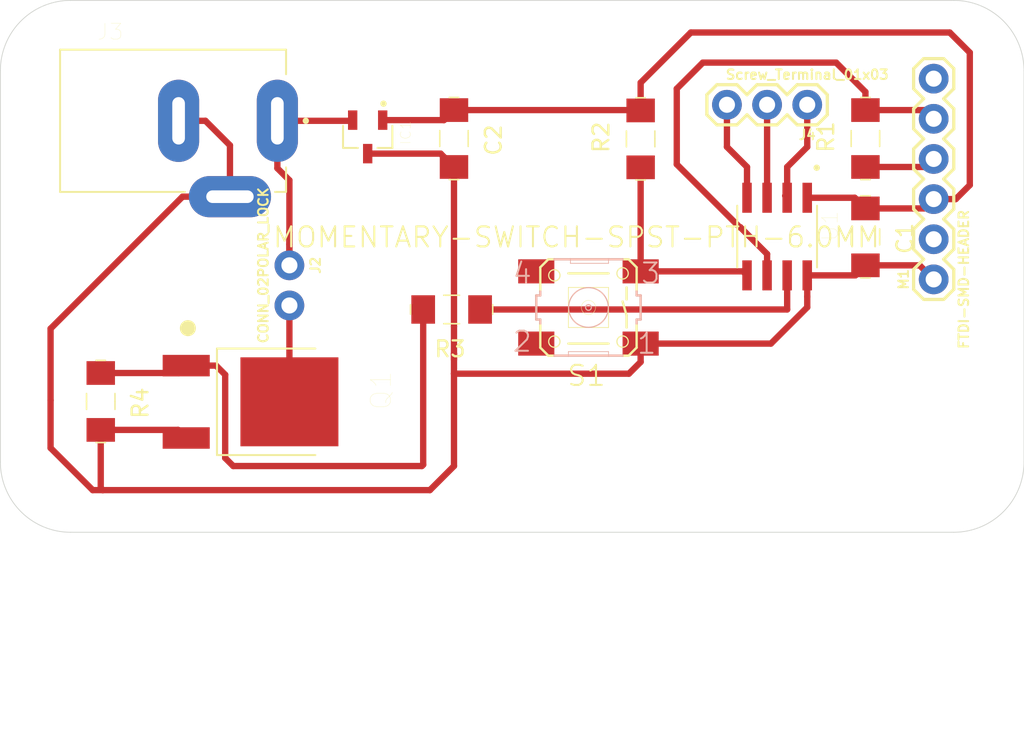
<source format=kicad_pcb>
(kicad_pcb (version 20171130) (host pcbnew "(5.1.5-0-10_14)")

  (general
    (thickness 1.6)
    (drawings 8)
    (tracks 92)
    (zones 0)
    (modules 14)
    (nets 15)
  )

  (page A4)
  (layers
    (0 F.Cu signal)
    (31 B.Cu signal)
    (32 B.Adhes user)
    (33 F.Adhes user)
    (34 B.Paste user)
    (35 F.Paste user)
    (36 B.SilkS user)
    (37 F.SilkS user)
    (38 B.Mask user)
    (39 F.Mask user)
    (40 Dwgs.User user)
    (41 Cmts.User user)
    (42 Eco1.User user)
    (43 Eco2.User user)
    (44 Edge.Cuts user)
    (45 Margin user)
    (46 B.CrtYd user)
    (47 F.CrtYd user)
    (48 B.Fab user)
    (49 F.Fab user)
  )

  (setup
    (last_trace_width 0.4)
    (trace_clearance 0.4)
    (zone_clearance 0.508)
    (zone_45_only no)
    (trace_min 0.2)
    (via_size 0.8)
    (via_drill 0.4)
    (via_min_size 0.4)
    (via_min_drill 0.3)
    (uvia_size 0.3)
    (uvia_drill 0.1)
    (uvias_allowed no)
    (uvia_min_size 0.2)
    (uvia_min_drill 0.1)
    (edge_width 0.05)
    (segment_width 0.2)
    (pcb_text_width 0.3)
    (pcb_text_size 1.5 1.5)
    (mod_edge_width 0.12)
    (mod_text_size 1 1)
    (mod_text_width 0.15)
    (pad_size 1.524 1.524)
    (pad_drill 0.762)
    (pad_to_mask_clearance 0.051)
    (solder_mask_min_width 0.25)
    (aux_axis_origin 0 0)
    (visible_elements FFFFFF7F)
    (pcbplotparams
      (layerselection 0x01000_7fffffff)
      (usegerberextensions false)
      (usegerberattributes false)
      (usegerberadvancedattributes false)
      (creategerberjobfile false)
      (excludeedgelayer true)
      (linewidth 0.100000)
      (plotframeref false)
      (viasonmask false)
      (mode 1)
      (useauxorigin false)
      (hpglpennumber 1)
      (hpglpenspeed 20)
      (hpglpendiameter 15.000000)
      (psnegative false)
      (psa4output false)
      (plotreference true)
      (plotvalue true)
      (plotinvisibletext false)
      (padsonsilk false)
      (subtractmaskfromsilk false)
      (outputformat 1)
      (mirror false)
      (drillshape 0)
      (scaleselection 1)
      (outputdirectory ""))
  )

  (net 0 "")
  (net 1 /VCC)
  (net 2 /GND)
  (net 3 "Net-(IC1-Pad2)")
  (net 4 "Net-(J2-Pad2)")
  (net 5 "Net-(J4-Pad1)")
  (net 6 "Net-(J4-Pad2)")
  (net 7 "Net-(J4-Pad3)")
  (net 8 "Net-(M1-Pad2)")
  (net 9 "Net-(M1-Pad4)")
  (net 10 "Net-(M1-Pad5)")
  (net 11 "Net-(M1-Pad6)")
  (net 12 "Net-(Q1-Pad1)")
  (net 13 /PA2)
  (net 14 /PA3)

  (net_class Default "This is the default net class."
    (clearance 0.4)
    (trace_width 0.4)
    (via_dia 0.8)
    (via_drill 0.4)
    (uvia_dia 0.3)
    (uvia_drill 0.1)
    (add_net /GND)
    (add_net /PA2)
    (add_net /PA3)
    (add_net /VCC)
    (add_net "Net-(IC1-Pad2)")
    (add_net "Net-(J2-Pad2)")
    (add_net "Net-(J4-Pad1)")
    (add_net "Net-(J4-Pad2)")
    (add_net "Net-(J4-Pad3)")
    (add_net "Net-(M1-Pad2)")
    (add_net "Net-(M1-Pad4)")
    (add_net "Net-(M1-Pad5)")
    (add_net "Net-(M1-Pad6)")
    (add_net "Net-(Q1-Pad1)")
  )

  (module Connectors:1X02_NO_SILK (layer F.Cu) (tedit 5963D14A) (tstamp 5E9C89A8)
    (at 104.013 69.469 270)
    (descr "PLATED THROUGH HOLE - NO SILK OUTLINE")
    (tags "PLATED THROUGH HOLE - NO SILK OUTLINE")
    (path /5E9AFFBE)
    (attr virtual)
    (fp_text reference J2 (at 0 -1.651 90) (layer F.SilkS)
      (effects (font (size 0.6096 0.6096) (thickness 0.127)))
    )
    (fp_text value CONN_02POLAR_LOCK (at 0 1.651 90) (layer F.SilkS)
      (effects (font (size 0.6096 0.6096) (thickness 0.127)))
    )
    (pad 1 thru_hole circle (at 0 0 270) (size 1.8796 1.8796) (drill 1.016) (layers *.Cu *.Mask)
      (net 3 "Net-(IC1-Pad2)") (solder_mask_margin 0.1016))
    (pad 2 thru_hole circle (at 2.54 0 270) (size 1.8796 1.8796) (drill 1.016) (layers *.Cu *.Mask)
      (net 4 "Net-(J2-Pad2)") (solder_mask_margin 0.1016))
  )

  (module 54-00167:TENSILITY_54-00167 (layer F.Cu) (tedit 5E9BF8EC) (tstamp 5E9C89BF)
    (at 89.501 60.325)
    (path /5E9F2E68)
    (fp_text reference J3 (at 3.175 -5.635) (layer F.SilkS)
      (effects (font (size 1 1) (thickness 0.015)))
    )
    (fp_text value 54-00167 (at 11.43 7.365) (layer F.Fab)
      (effects (font (size 1 1) (thickness 0.015)))
    )
    (fp_line (start 0 -4.5) (end 14.3 -4.5) (layer F.Fab) (width 0.127))
    (fp_line (start 14.3 -4.5) (end 14.3 4.5) (layer F.Fab) (width 0.127))
    (fp_line (start 14.3 4.5) (end 0 4.5) (layer F.Fab) (width 0.127))
    (fp_line (start 0 4.5) (end 0 -4.5) (layer F.Fab) (width 0.127))
    (fp_line (start 0 -4.5) (end 14.3 -4.5) (layer F.SilkS) (width 0.127))
    (fp_line (start 14.3 -4.5) (end 14.3 -2.95) (layer F.SilkS) (width 0.127))
    (fp_line (start 14.3 2.95) (end 14.3 4.5) (layer F.SilkS) (width 0.127))
    (fp_line (start 14.3 4.5) (end 13.6 4.5) (layer F.SilkS) (width 0.127))
    (fp_line (start 7.9 4.5) (end 0 4.5) (layer F.SilkS) (width 0.127))
    (fp_line (start 0 4.5) (end 0 -4.5) (layer F.SilkS) (width 0.127))
    (fp_line (start -0.25 -4.75) (end 15.3 -4.75) (layer F.CrtYd) (width 0.05))
    (fp_line (start 15.3 -4.75) (end 15.3 6.35) (layer F.CrtYd) (width 0.05))
    (fp_line (start 15.3 6.35) (end -0.25 6.35) (layer F.CrtYd) (width 0.05))
    (fp_line (start -0.25 6.35) (end -0.25 -4.75) (layer F.CrtYd) (width 0.05))
    (fp_circle (center 15.55 0) (end 15.65 0) (layer F.SilkS) (width 0.2))
    (fp_circle (center 15.55 0) (end 15.65 0) (layer F.Fab) (width 0.2))
    (pad 2 thru_hole oval (at 7.5 0) (size 2.6 5.2) (drill oval 0.8 3) (layers *.Cu *.Mask)
      (net 2 /GND))
    (pad 1 thru_hole oval (at 13.75 0) (size 2.6 5.2) (drill oval 0.8 3) (layers *.Cu *.Mask)
      (net 3 "Net-(IC1-Pad2)"))
    (pad 3 thru_hole oval (at 10.75 4.8) (size 5.2 2.6) (drill oval 3 0.8) (layers *.Cu *.Mask)
      (net 2 /GND))
  )

  (module digikey-footprints:1206 (layer F.Cu) (tedit 5D288D46) (tstamp 5E9C8A79)
    (at 114.278 72.263 180)
    (descr http://media.digikey.com/pdf/Data%20Sheets/Lite-On%20PDFs/LTST-C230KFKT_5-24-06.pdf)
    (path /5EA19F76)
    (attr smd)
    (fp_text reference R3 (at 0.1 -2.5) (layer F.SilkS)
      (effects (font (size 1 1) (thickness 0.15)))
    )
    (fp_text value 100 (at 0 2.6) (layer F.Fab)
      (effects (font (size 1 1) (thickness 0.15)))
    )
    (fp_line (start 2.6 -0.3) (end 2.6 0.3) (layer F.SilkS) (width 0.1))
    (fp_line (start -2.6 -0.3) (end -2.6 0.3) (layer F.SilkS) (width 0.1))
    (fp_line (start 0 0.9) (end -0.5 0.9) (layer F.SilkS) (width 0.1))
    (fp_line (start 0 0.9) (end 0.5 0.9) (layer F.SilkS) (width 0.1))
    (fp_line (start 0 -0.9) (end -0.5 -0.9) (layer F.SilkS) (width 0.1))
    (fp_line (start 0 -0.9) (end 0.5 -0.9) (layer F.SilkS) (width 0.1))
    (fp_text user %R (at 0 0) (layer F.Fab)
      (effects (font (size 1 1) (thickness 0.15)))
    )
    (fp_line (start 2.8 1.15) (end 2.8 -1.15) (layer F.CrtYd) (width 0.05))
    (fp_line (start 2.8 -1.15) (end -2.8 -1.15) (layer F.CrtYd) (width 0.05))
    (fp_line (start -2.8 -1.15) (end -2.8 1.15) (layer F.CrtYd) (width 0.05))
    (fp_line (start -2.8 1.15) (end 2.8 1.15) (layer F.CrtYd) (width 0.05))
    (fp_line (start -1.6 -0.8) (end -1.6 0.8) (layer F.Fab) (width 0.1))
    (fp_line (start 1.6 -0.8) (end 1.6 0.8) (layer F.Fab) (width 0.1))
    (fp_line (start -1.6 -0.8) (end 1.6 -0.8) (layer F.Fab) (width 0.1))
    (fp_line (start -1.6 0.8) (end 1.6 0.8) (layer F.Fab) (width 0.1))
    (pad 1 smd rect (at -1.8 0 180) (size 1.5 1.8) (layers F.Cu F.Paste F.Mask)
      (net 14 /PA3))
    (pad 2 smd rect (at 1.8 0 180) (size 1.5 1.8) (layers F.Cu F.Paste F.Mask)
      (net 12 "Net-(Q1-Pad1)"))
  )

  (module digikey-footprints:1206 (layer F.Cu) (tedit 5D288D46) (tstamp 5E9C8985)
    (at 114.427 61.446 270)
    (descr http://media.digikey.com/pdf/Data%20Sheets/Lite-On%20PDFs/LTST-C230KFKT_5-24-06.pdf)
    (path /5E9BF63A)
    (attr smd)
    (fp_text reference C2 (at 0.1 -2.5 90) (layer F.SilkS)
      (effects (font (size 1 1) (thickness 0.15)))
    )
    (fp_text value 0.1uF (at 0 2.6 90) (layer F.Fab)
      (effects (font (size 1 1) (thickness 0.15)))
    )
    (fp_line (start -1.6 0.8) (end 1.6 0.8) (layer F.Fab) (width 0.1))
    (fp_line (start -1.6 -0.8) (end 1.6 -0.8) (layer F.Fab) (width 0.1))
    (fp_line (start 1.6 -0.8) (end 1.6 0.8) (layer F.Fab) (width 0.1))
    (fp_line (start -1.6 -0.8) (end -1.6 0.8) (layer F.Fab) (width 0.1))
    (fp_line (start -2.8 1.15) (end 2.8 1.15) (layer F.CrtYd) (width 0.05))
    (fp_line (start -2.8 -1.15) (end -2.8 1.15) (layer F.CrtYd) (width 0.05))
    (fp_line (start 2.8 -1.15) (end -2.8 -1.15) (layer F.CrtYd) (width 0.05))
    (fp_line (start 2.8 1.15) (end 2.8 -1.15) (layer F.CrtYd) (width 0.05))
    (fp_text user %R (at 0 0 90) (layer F.Fab)
      (effects (font (size 1 1) (thickness 0.15)))
    )
    (fp_line (start 0 -0.9) (end 0.5 -0.9) (layer F.SilkS) (width 0.1))
    (fp_line (start 0 -0.9) (end -0.5 -0.9) (layer F.SilkS) (width 0.1))
    (fp_line (start 0 0.9) (end 0.5 0.9) (layer F.SilkS) (width 0.1))
    (fp_line (start 0 0.9) (end -0.5 0.9) (layer F.SilkS) (width 0.1))
    (fp_line (start -2.6 -0.3) (end -2.6 0.3) (layer F.SilkS) (width 0.1))
    (fp_line (start 2.6 -0.3) (end 2.6 0.3) (layer F.SilkS) (width 0.1))
    (pad 2 smd rect (at 1.8 0 270) (size 1.5 1.8) (layers F.Cu F.Paste F.Mask)
      (net 2 /GND))
    (pad 1 smd rect (at -1.8 0 270) (size 1.5 1.8) (layers F.Cu F.Paste F.Mask)
      (net 1 /VCC))
  )

  (module digikey-footprints:1206 (layer F.Cu) (tedit 5D288D46) (tstamp 5E9C8A4F)
    (at 140.462 61.446 90)
    (descr http://media.digikey.com/pdf/Data%20Sheets/Lite-On%20PDFs/LTST-C230KFKT_5-24-06.pdf)
    (path /5E9FB687)
    (attr smd)
    (fp_text reference R1 (at 0.1 -2.5 90) (layer F.SilkS)
      (effects (font (size 1 1) (thickness 0.15)))
    )
    (fp_text value 4.99K (at 0 2.6 90) (layer F.Fab)
      (effects (font (size 1 1) (thickness 0.15)))
    )
    (fp_line (start -1.6 0.8) (end 1.6 0.8) (layer F.Fab) (width 0.1))
    (fp_line (start -1.6 -0.8) (end 1.6 -0.8) (layer F.Fab) (width 0.1))
    (fp_line (start 1.6 -0.8) (end 1.6 0.8) (layer F.Fab) (width 0.1))
    (fp_line (start -1.6 -0.8) (end -1.6 0.8) (layer F.Fab) (width 0.1))
    (fp_line (start -2.8 1.15) (end 2.8 1.15) (layer F.CrtYd) (width 0.05))
    (fp_line (start -2.8 -1.15) (end -2.8 1.15) (layer F.CrtYd) (width 0.05))
    (fp_line (start 2.8 -1.15) (end -2.8 -1.15) (layer F.CrtYd) (width 0.05))
    (fp_line (start 2.8 1.15) (end 2.8 -1.15) (layer F.CrtYd) (width 0.05))
    (fp_text user %R (at 0 0 90) (layer F.Fab)
      (effects (font (size 1 1) (thickness 0.15)))
    )
    (fp_line (start 0 -0.9) (end 0.5 -0.9) (layer F.SilkS) (width 0.1))
    (fp_line (start 0 -0.9) (end -0.5 -0.9) (layer F.SilkS) (width 0.1))
    (fp_line (start 0 0.9) (end 0.5 0.9) (layer F.SilkS) (width 0.1))
    (fp_line (start 0 0.9) (end -0.5 0.9) (layer F.SilkS) (width 0.1))
    (fp_line (start -2.6 -0.3) (end -2.6 0.3) (layer F.SilkS) (width 0.1))
    (fp_line (start 2.6 -0.3) (end 2.6 0.3) (layer F.SilkS) (width 0.1))
    (pad 2 smd rect (at 1.8 0 90) (size 1.5 1.8) (layers F.Cu F.Paste F.Mask)
      (net 10 "Net-(M1-Pad5)"))
    (pad 1 smd rect (at -1.8 0 90) (size 1.5 1.8) (layers F.Cu F.Paste F.Mask)
      (net 9 "Net-(M1-Pad4)"))
  )

  (module Connectors:1X06 (layer F.Cu) (tedit 5963D43D) (tstamp 5E9C8A16)
    (at 144.78 70.358 90)
    (descr "PLATED THROUGH HOLE - 6 PIN")
    (tags "PLATED THROUGH HOLE - 6 PIN")
    (path /5EA3DC35)
    (attr virtual)
    (fp_text reference M1 (at 0 -1.905 90) (layer F.SilkS)
      (effects (font (size 0.6096 0.6096) (thickness 0.127)))
    )
    (fp_text value FTDI-SMD-HEADER (at 0 1.905 90) (layer F.SilkS)
      (effects (font (size 0.6096 0.6096) (thickness 0.127)))
    )
    (fp_line (start 11.43 -0.635) (end 12.065 -1.27) (layer F.SilkS) (width 0.2032))
    (fp_line (start 12.065 -1.27) (end 13.335 -1.27) (layer F.SilkS) (width 0.2032))
    (fp_line (start 13.335 -1.27) (end 13.97 -0.635) (layer F.SilkS) (width 0.2032))
    (fp_line (start 13.97 0.635) (end 13.335 1.27) (layer F.SilkS) (width 0.2032))
    (fp_line (start 13.335 1.27) (end 12.065 1.27) (layer F.SilkS) (width 0.2032))
    (fp_line (start 12.065 1.27) (end 11.43 0.635) (layer F.SilkS) (width 0.2032))
    (fp_line (start 6.985 -1.27) (end 8.255 -1.27) (layer F.SilkS) (width 0.2032))
    (fp_line (start 8.255 -1.27) (end 8.89 -0.635) (layer F.SilkS) (width 0.2032))
    (fp_line (start 8.89 0.635) (end 8.255 1.27) (layer F.SilkS) (width 0.2032))
    (fp_line (start 8.89 -0.635) (end 9.525 -1.27) (layer F.SilkS) (width 0.2032))
    (fp_line (start 9.525 -1.27) (end 10.795 -1.27) (layer F.SilkS) (width 0.2032))
    (fp_line (start 10.795 -1.27) (end 11.43 -0.635) (layer F.SilkS) (width 0.2032))
    (fp_line (start 11.43 0.635) (end 10.795 1.27) (layer F.SilkS) (width 0.2032))
    (fp_line (start 10.795 1.27) (end 9.525 1.27) (layer F.SilkS) (width 0.2032))
    (fp_line (start 9.525 1.27) (end 8.89 0.635) (layer F.SilkS) (width 0.2032))
    (fp_line (start 3.81 -0.635) (end 4.445 -1.27) (layer F.SilkS) (width 0.2032))
    (fp_line (start 4.445 -1.27) (end 5.715 -1.27) (layer F.SilkS) (width 0.2032))
    (fp_line (start 5.715 -1.27) (end 6.35 -0.635) (layer F.SilkS) (width 0.2032))
    (fp_line (start 6.35 0.635) (end 5.715 1.27) (layer F.SilkS) (width 0.2032))
    (fp_line (start 5.715 1.27) (end 4.445 1.27) (layer F.SilkS) (width 0.2032))
    (fp_line (start 4.445 1.27) (end 3.81 0.635) (layer F.SilkS) (width 0.2032))
    (fp_line (start 6.985 -1.27) (end 6.35 -0.635) (layer F.SilkS) (width 0.2032))
    (fp_line (start 6.35 0.635) (end 6.985 1.27) (layer F.SilkS) (width 0.2032))
    (fp_line (start 8.255 1.27) (end 6.985 1.27) (layer F.SilkS) (width 0.2032))
    (fp_line (start -0.635 -1.27) (end 0.635 -1.27) (layer F.SilkS) (width 0.2032))
    (fp_line (start 0.635 -1.27) (end 1.27 -0.635) (layer F.SilkS) (width 0.2032))
    (fp_line (start 1.27 0.635) (end 0.635 1.27) (layer F.SilkS) (width 0.2032))
    (fp_line (start 1.27 -0.635) (end 1.905 -1.27) (layer F.SilkS) (width 0.2032))
    (fp_line (start 1.905 -1.27) (end 3.175 -1.27) (layer F.SilkS) (width 0.2032))
    (fp_line (start 3.175 -1.27) (end 3.81 -0.635) (layer F.SilkS) (width 0.2032))
    (fp_line (start 3.81 0.635) (end 3.175 1.27) (layer F.SilkS) (width 0.2032))
    (fp_line (start 3.175 1.27) (end 1.905 1.27) (layer F.SilkS) (width 0.2032))
    (fp_line (start 1.905 1.27) (end 1.27 0.635) (layer F.SilkS) (width 0.2032))
    (fp_line (start -1.27 -0.635) (end -1.27 0.635) (layer F.SilkS) (width 0.2032))
    (fp_line (start -0.635 -1.27) (end -1.27 -0.635) (layer F.SilkS) (width 0.2032))
    (fp_line (start -1.27 0.635) (end -0.635 1.27) (layer F.SilkS) (width 0.2032))
    (fp_line (start 0.635 1.27) (end -0.635 1.27) (layer F.SilkS) (width 0.2032))
    (fp_line (start 13.97 -0.635) (end 13.97 0.635) (layer F.SilkS) (width 0.2032))
    (pad 1 thru_hole circle (at 0 0 90) (size 1.8796 1.8796) (drill 1.016) (layers *.Cu *.Mask)
      (net 2 /GND) (solder_mask_margin 0.1016))
    (pad 2 thru_hole circle (at 2.54 0 90) (size 1.8796 1.8796) (drill 1.016) (layers *.Cu *.Mask)
      (net 8 "Net-(M1-Pad2)") (solder_mask_margin 0.1016))
    (pad 3 thru_hole circle (at 5.08 0 90) (size 1.8796 1.8796) (drill 1.016) (layers *.Cu *.Mask)
      (net 1 /VCC) (solder_mask_margin 0.1016))
    (pad 4 thru_hole circle (at 7.62 0 90) (size 1.8796 1.8796) (drill 1.016) (layers *.Cu *.Mask)
      (net 9 "Net-(M1-Pad4)") (solder_mask_margin 0.1016))
    (pad 5 thru_hole circle (at 10.16 0 90) (size 1.8796 1.8796) (drill 1.016) (layers *.Cu *.Mask)
      (net 10 "Net-(M1-Pad5)") (solder_mask_margin 0.1016))
    (pad 6 thru_hole circle (at 12.7 0 90) (size 1.8796 1.8796) (drill 1.016) (layers *.Cu *.Mask)
      (net 11 "Net-(M1-Pad6)") (solder_mask_margin 0.1016))
  )

  (module digikey-footprints:1206 (layer F.Cu) (tedit 5D288D46) (tstamp 5E9C8A64)
    (at 126.238 61.468 90)
    (descr http://media.digikey.com/pdf/Data%20Sheets/Lite-On%20PDFs/LTST-C230KFKT_5-24-06.pdf)
    (path /5E9C9456)
    (attr smd)
    (fp_text reference R2 (at 0.1 -2.5 90) (layer F.SilkS)
      (effects (font (size 1 1) (thickness 0.15)))
    )
    (fp_text value 10K (at 0 2.6 90) (layer F.Fab)
      (effects (font (size 1 1) (thickness 0.15)))
    )
    (fp_line (start -1.6 0.8) (end 1.6 0.8) (layer F.Fab) (width 0.1))
    (fp_line (start -1.6 -0.8) (end 1.6 -0.8) (layer F.Fab) (width 0.1))
    (fp_line (start 1.6 -0.8) (end 1.6 0.8) (layer F.Fab) (width 0.1))
    (fp_line (start -1.6 -0.8) (end -1.6 0.8) (layer F.Fab) (width 0.1))
    (fp_line (start -2.8 1.15) (end 2.8 1.15) (layer F.CrtYd) (width 0.05))
    (fp_line (start -2.8 -1.15) (end -2.8 1.15) (layer F.CrtYd) (width 0.05))
    (fp_line (start 2.8 -1.15) (end -2.8 -1.15) (layer F.CrtYd) (width 0.05))
    (fp_line (start 2.8 1.15) (end 2.8 -1.15) (layer F.CrtYd) (width 0.05))
    (fp_text user %R (at 0 0 90) (layer F.Fab)
      (effects (font (size 1 1) (thickness 0.15)))
    )
    (fp_line (start 0 -0.9) (end 0.5 -0.9) (layer F.SilkS) (width 0.1))
    (fp_line (start 0 -0.9) (end -0.5 -0.9) (layer F.SilkS) (width 0.1))
    (fp_line (start 0 0.9) (end 0.5 0.9) (layer F.SilkS) (width 0.1))
    (fp_line (start 0 0.9) (end -0.5 0.9) (layer F.SilkS) (width 0.1))
    (fp_line (start -2.6 -0.3) (end -2.6 0.3) (layer F.SilkS) (width 0.1))
    (fp_line (start 2.6 -0.3) (end 2.6 0.3) (layer F.SilkS) (width 0.1))
    (pad 2 smd rect (at 1.8 0 90) (size 1.5 1.8) (layers F.Cu F.Paste F.Mask)
      (net 1 /VCC))
    (pad 1 smd rect (at -1.8 0 90) (size 1.5 1.8) (layers F.Cu F.Paste F.Mask)
      (net 13 /PA2))
  )

  (module digikey-footprints:1206 (layer F.Cu) (tedit 5D288D46) (tstamp 5E9C8970)
    (at 140.462 67.669 270)
    (descr http://media.digikey.com/pdf/Data%20Sheets/Lite-On%20PDFs/LTST-C230KFKT_5-24-06.pdf)
    (path /5E99AB9E)
    (attr smd)
    (fp_text reference C1 (at 0.1 -2.5 90) (layer F.SilkS)
      (effects (font (size 1 1) (thickness 0.15)))
    )
    (fp_text value 1uF (at 0 2.6 90) (layer F.Fab)
      (effects (font (size 1 1) (thickness 0.15)))
    )
    (fp_line (start 2.6 -0.3) (end 2.6 0.3) (layer F.SilkS) (width 0.1))
    (fp_line (start -2.6 -0.3) (end -2.6 0.3) (layer F.SilkS) (width 0.1))
    (fp_line (start 0 0.9) (end -0.5 0.9) (layer F.SilkS) (width 0.1))
    (fp_line (start 0 0.9) (end 0.5 0.9) (layer F.SilkS) (width 0.1))
    (fp_line (start 0 -0.9) (end -0.5 -0.9) (layer F.SilkS) (width 0.1))
    (fp_line (start 0 -0.9) (end 0.5 -0.9) (layer F.SilkS) (width 0.1))
    (fp_text user %R (at 0 0 90) (layer F.Fab)
      (effects (font (size 1 1) (thickness 0.15)))
    )
    (fp_line (start 2.8 1.15) (end 2.8 -1.15) (layer F.CrtYd) (width 0.05))
    (fp_line (start 2.8 -1.15) (end -2.8 -1.15) (layer F.CrtYd) (width 0.05))
    (fp_line (start -2.8 -1.15) (end -2.8 1.15) (layer F.CrtYd) (width 0.05))
    (fp_line (start -2.8 1.15) (end 2.8 1.15) (layer F.CrtYd) (width 0.05))
    (fp_line (start -1.6 -0.8) (end -1.6 0.8) (layer F.Fab) (width 0.1))
    (fp_line (start 1.6 -0.8) (end 1.6 0.8) (layer F.Fab) (width 0.1))
    (fp_line (start -1.6 -0.8) (end 1.6 -0.8) (layer F.Fab) (width 0.1))
    (fp_line (start -1.6 0.8) (end 1.6 0.8) (layer F.Fab) (width 0.1))
    (pad 1 smd rect (at -1.8 0 270) (size 1.5 1.8) (layers F.Cu F.Paste F.Mask)
      (net 1 /VCC))
    (pad 2 smd rect (at 1.8 0 270) (size 1.5 1.8) (layers F.Cu F.Paste F.Mask)
      (net 2 /GND))
  )

  (module RT9058-50GV:SOT95P237X112-3N (layer F.Cu) (tedit 5E9C0BF4) (tstamp 5E9C89A2)
    (at 108.966 61.341 270)
    (path /5E9FFAD3)
    (fp_text reference IC1 (at -0.268 -2.4064 90) (layer F.SilkS)
      (effects (font (size 0.64 0.64) (thickness 0.015)))
    )
    (fp_text value REGULATORSOT23 (at 4.1024 2.2936 90) (layer F.Fab)
      (effects (font (size 0.64 0.64) (thickness 0.015)))
    )
    (fp_line (start -0.7 1.52) (end -0.7 -1.52) (layer F.Fab) (width 0.127))
    (fp_line (start -0.7 -1.52) (end 0.7 -1.52) (layer F.Fab) (width 0.127))
    (fp_line (start 0.7 -1.52) (end 0.7 1.52) (layer F.Fab) (width 0.127))
    (fp_line (start 0.7 1.52) (end -0.7 1.52) (layer F.Fab) (width 0.127))
    (fp_line (start -0.7 -1.56) (end 0.7 -1.56) (layer F.SilkS) (width 0.127))
    (fp_line (start -0.7 1.56) (end 0.7 1.56) (layer F.SilkS) (width 0.127))
    (fp_line (start 0.7 -1.56) (end 0.7 -0.62) (layer F.SilkS) (width 0.127))
    (fp_line (start 0.7 0.62) (end 0.7 1.56) (layer F.SilkS) (width 0.127))
    (fp_line (start -0.95 -1.77) (end -0.95 -1.5) (layer F.CrtYd) (width 0.05))
    (fp_line (start -0.95 -1.5) (end -1.93 -1.5) (layer F.CrtYd) (width 0.05))
    (fp_line (start -1.93 -1.5) (end -1.93 1.5) (layer F.CrtYd) (width 0.05))
    (fp_line (start -1.93 1.5) (end -0.95 1.5) (layer F.CrtYd) (width 0.05))
    (fp_line (start -0.95 1.5) (end -0.95 1.77) (layer F.CrtYd) (width 0.05))
    (fp_line (start 0.95 -1.77) (end 0.95 -0.55) (layer F.CrtYd) (width 0.05))
    (fp_line (start 0.95 -0.55) (end 1.93 -0.55) (layer F.CrtYd) (width 0.05))
    (fp_line (start 1.93 -0.55) (end 1.93 0.55) (layer F.CrtYd) (width 0.05))
    (fp_line (start 1.93 0.55) (end 0.95 0.55) (layer F.CrtYd) (width 0.05))
    (fp_line (start 0.95 0.55) (end 0.95 1.77) (layer F.CrtYd) (width 0.05))
    (fp_circle (center -2.1 -1) (end -2 -1) (layer F.SilkS) (width 0.2))
    (fp_circle (center -2.1 -1) (end -2 -1) (layer F.Fab) (width 0.2))
    (fp_line (start -0.95 -1.77) (end 0.95 -1.77) (layer F.CrtYd) (width 0.05))
    (fp_line (start -0.95 1.77) (end 0.95 1.77) (layer F.CrtYd) (width 0.05))
    (pad 1 smd rect (at -1.06 -0.95 270) (size 1.23 0.59) (layers F.Cu F.Paste F.Mask)
      (net 1 /VCC))
    (pad 2 smd rect (at -1.06 0.95 270) (size 1.23 0.59) (layers F.Cu F.Paste F.Mask)
      (net 3 "Net-(IC1-Pad2)"))
    (pad 3 smd rect (at 1.06 0 270) (size 1.23 0.59) (layers F.Cu F.Paste F.Mask)
      (net 2 /GND))
  )

  (module Connectors:1X03 (layer F.Cu) (tedit 200000) (tstamp 5E9C89E6)
    (at 136.779 59.309 180)
    (descr "PLATED THROUGH HOLE - 3 PIN")
    (tags "PLATED THROUGH HOLE - 3 PIN")
    (path /5EA1B861)
    (attr virtual)
    (fp_text reference J4 (at 0 -1.905) (layer F.SilkS)
      (effects (font (size 0.6096 0.6096) (thickness 0.127)))
    )
    (fp_text value Screw_Terminal_01x03 (at 0 1.905) (layer F.SilkS)
      (effects (font (size 0.6096 0.6096) (thickness 0.127)))
    )
    (fp_line (start 4.826 0.254) (end 5.334 0.254) (layer Dwgs.User) (width 0.06604))
    (fp_line (start 5.334 0.254) (end 5.334 -0.254) (layer Dwgs.User) (width 0.06604))
    (fp_line (start 4.826 -0.254) (end 5.334 -0.254) (layer Dwgs.User) (width 0.06604))
    (fp_line (start 4.826 0.254) (end 4.826 -0.254) (layer Dwgs.User) (width 0.06604))
    (fp_line (start 2.286 0.254) (end 2.794 0.254) (layer Dwgs.User) (width 0.06604))
    (fp_line (start 2.794 0.254) (end 2.794 -0.254) (layer Dwgs.User) (width 0.06604))
    (fp_line (start 2.286 -0.254) (end 2.794 -0.254) (layer Dwgs.User) (width 0.06604))
    (fp_line (start 2.286 0.254) (end 2.286 -0.254) (layer Dwgs.User) (width 0.06604))
    (fp_line (start -0.254 0.254) (end 0.254 0.254) (layer Dwgs.User) (width 0.06604))
    (fp_line (start 0.254 0.254) (end 0.254 -0.254) (layer Dwgs.User) (width 0.06604))
    (fp_line (start -0.254 -0.254) (end 0.254 -0.254) (layer Dwgs.User) (width 0.06604))
    (fp_line (start -0.254 0.254) (end -0.254 -0.254) (layer Dwgs.User) (width 0.06604))
    (fp_line (start 3.81 -0.635) (end 4.445 -1.27) (layer F.SilkS) (width 0.2032))
    (fp_line (start 4.445 -1.27) (end 5.715 -1.27) (layer F.SilkS) (width 0.2032))
    (fp_line (start 5.715 -1.27) (end 6.35 -0.635) (layer F.SilkS) (width 0.2032))
    (fp_line (start 6.35 0.635) (end 5.715 1.27) (layer F.SilkS) (width 0.2032))
    (fp_line (start 5.715 1.27) (end 4.445 1.27) (layer F.SilkS) (width 0.2032))
    (fp_line (start 4.445 1.27) (end 3.81 0.635) (layer F.SilkS) (width 0.2032))
    (fp_line (start -0.635 -1.27) (end 0.635 -1.27) (layer F.SilkS) (width 0.2032))
    (fp_line (start 0.635 -1.27) (end 1.27 -0.635) (layer F.SilkS) (width 0.2032))
    (fp_line (start 1.27 0.635) (end 0.635 1.27) (layer F.SilkS) (width 0.2032))
    (fp_line (start 1.27 -0.635) (end 1.905 -1.27) (layer F.SilkS) (width 0.2032))
    (fp_line (start 1.905 -1.27) (end 3.175 -1.27) (layer F.SilkS) (width 0.2032))
    (fp_line (start 3.175 -1.27) (end 3.81 -0.635) (layer F.SilkS) (width 0.2032))
    (fp_line (start 3.81 0.635) (end 3.175 1.27) (layer F.SilkS) (width 0.2032))
    (fp_line (start 3.175 1.27) (end 1.905 1.27) (layer F.SilkS) (width 0.2032))
    (fp_line (start 1.905 1.27) (end 1.27 0.635) (layer F.SilkS) (width 0.2032))
    (fp_line (start -1.27 -0.635) (end -1.27 0.635) (layer F.SilkS) (width 0.2032))
    (fp_line (start -0.635 -1.27) (end -1.27 -0.635) (layer F.SilkS) (width 0.2032))
    (fp_line (start -1.27 0.635) (end -0.635 1.27) (layer F.SilkS) (width 0.2032))
    (fp_line (start 0.635 1.27) (end -0.635 1.27) (layer F.SilkS) (width 0.2032))
    (fp_line (start 6.35 -0.635) (end 6.35 0.635) (layer F.SilkS) (width 0.2032))
    (pad 1 thru_hole circle (at 0 0 180) (size 1.8796 1.8796) (drill 1.016) (layers *.Cu *.Mask)
      (net 5 "Net-(J4-Pad1)") (solder_mask_margin 0.1016))
    (pad 2 thru_hole circle (at 2.54 0 180) (size 1.8796 1.8796) (drill 1.016) (layers *.Cu *.Mask)
      (net 6 "Net-(J4-Pad2)") (solder_mask_margin 0.1016))
    (pad 3 thru_hole circle (at 5.08 0 180) (size 1.8796 1.8796) (drill 1.016) (layers *.Cu *.Mask)
      (net 7 "Net-(J4-Pad3)") (solder_mask_margin 0.1016))
  )

  (module "Mosfet(RFD16N05LSM9A):DPAK229P990X239-3N" (layer F.Cu) (tedit 5E997D28) (tstamp 5E9C8A3A)
    (at 101.553 78.105 270)
    (path /5E9A6C9C)
    (fp_text reference Q1 (at -0.72366 -8.26315 90) (layer F.SilkS)
      (effects (font (size 1.280866 1.280866) (thickness 0.015)))
    )
    (fp_text value MOSFET-NCH-FDD8780 (at 9.75782 8.161935 90) (layer F.Fab)
      (effects (font (size 1.26889 1.26889) (thickness 0.015)))
    )
    (fp_line (start -3.14 5.81) (end 3.14 5.81) (layer F.CrtYd) (width 0.05))
    (fp_line (start 3.07 -5.81) (end -3.07 -5.81) (layer F.CrtYd) (width 0.05))
    (fp_circle (center -4.65948 3.96512) (end -4.40548 3.96512) (layer F.SilkS) (width 0.508))
    (fp_line (start 3.14 5.81) (end 3.14 2.38) (layer F.CrtYd) (width 0.05))
    (fp_line (start -3.14 2.38) (end -3.14 5.81) (layer F.CrtYd) (width 0.05))
    (fp_line (start 3.14 2.38) (end 3.62 2.38) (layer F.CrtYd) (width 0.05))
    (fp_line (start -3.62 2.38) (end -3.14 2.38) (layer F.CrtYd) (width 0.05))
    (fp_line (start -3.62 -4.35) (end -3.62 2.38) (layer F.CrtYd) (width 0.05))
    (fp_line (start 3.62 2.38) (end 3.62 -4.35) (layer F.CrtYd) (width 0.05))
    (fp_line (start -3.07 -4.35) (end -3.62 -4.35) (layer F.CrtYd) (width 0.05))
    (fp_line (start 3.62 -4.35) (end 3.07 -4.35) (layer F.CrtYd) (width 0.05))
    (fp_line (start 3.07 -4.35) (end 3.07 -5.81) (layer F.CrtYd) (width 0.05))
    (fp_line (start -3.07 -5.81) (end -3.07 -4.35) (layer F.CrtYd) (width 0.05))
    (fp_line (start -3.37 2.123) (end -3.37 -4.1) (layer F.Fab) (width 0.127))
    (fp_line (start 3.37 2.123) (end -3.37 2.123) (layer F.Fab) (width 0.127))
    (fp_line (start 3.37 -4.1) (end 3.37 2.123) (layer F.Fab) (width 0.127))
    (fp_line (start 3.37 -4.1) (end -3.37 -4.1) (layer F.Fab) (width 0.127))
    (fp_poly (pts (xy -0.909103 -3.11) (xy 0.745 -3.11) (xy 0.745 -2.20873) (xy -0.909103 -2.20873)) (layer F.Paste) (width 0.01))
    (fp_poly (pts (xy -3.15714 -3.11) (xy -1.135 -3.11) (xy -1.135 -2.17698) (xy -3.15714 -2.17698)) (layer F.Paste) (width 0.01))
    (fp_poly (pts (xy 1.36776 -3.11) (xy 2.625 -3.11) (xy 2.625 -2.18115) (xy 1.36776 -2.18115)) (layer F.Paste) (width 0.01))
    (fp_poly (pts (xy -0.900979 -1.04) (xy 0.745 -1.04) (xy 0.745 0.314444) (xy -0.900979 0.314444)) (layer F.Paste) (width 0.01))
    (fp_poly (pts (xy -3.21576 -1.04) (xy -1.135 -1.04) (xy -1.135 0.318512) (xy -3.21576 0.318512)) (layer F.Paste) (width 0.01))
    (fp_poly (pts (xy 1.37658 -1.04) (xy 2.625 -1.04) (xy 2.625 0.315336) (xy 1.37658 0.315336)) (layer F.Paste) (width 0.01))
    (fp_poly (pts (xy -0.911625 -5.18) (xy 0.745 -5.18) (xy 0.745 -4.74779) (xy -0.911625 -4.74779)) (layer F.Paste) (width 0.01))
    (fp_poly (pts (xy -3.1753 -5.18) (xy -1.135 -5.18) (xy -1.135 -4.69346) (xy -3.1753 -4.69346)) (layer F.Paste) (width 0.01))
    (fp_poly (pts (xy 1.38862 -5.18) (xy 2.625 -5.18) (xy 2.625 -4.74724) (xy 1.38862 -4.74724)) (layer F.Paste) (width 0.01))
    (fp_line (start -3.37 2.123) (end -3.37 -4.1) (layer F.SilkS) (width 0.127))
    (fp_line (start 3.37 -4.1) (end 3.37 2.123) (layer F.SilkS) (width 0.127))
    (fp_line (start 3.37 2.123) (end -3.37 2.123) (layer F.SilkS) (width 0.127))
    (pad 4 smd rect (at 0 -2.46 270) (size 5.63 6.2) (layers F.Cu F.Mask)
      (net 4 "Net-(J2-Pad2)"))
    (pad 1 smd rect (at -2.29 4.07 270) (size 1.36 2.98) (layers F.Cu F.Paste F.Mask)
      (net 12 "Net-(Q1-Pad1)"))
    (pad 3 smd rect (at 2.29 4.07 270) (size 1.36 2.98) (layers F.Cu F.Paste F.Mask)
      (net 2 /GND))
  )

  (module digikey-footprints:1206 (layer F.Cu) (tedit 5D288D46) (tstamp 5E9C8A8E)
    (at 92.075 78.083 270)
    (descr http://media.digikey.com/pdf/Data%20Sheets/Lite-On%20PDFs/LTST-C230KFKT_5-24-06.pdf)
    (path /5E99B46E)
    (attr smd)
    (fp_text reference R4 (at 0.1 -2.5 90) (layer F.SilkS)
      (effects (font (size 1 1) (thickness 0.15)))
    )
    (fp_text value 10K (at 0 2.6 90) (layer F.Fab)
      (effects (font (size 1 1) (thickness 0.15)))
    )
    (fp_line (start 2.6 -0.3) (end 2.6 0.3) (layer F.SilkS) (width 0.1))
    (fp_line (start -2.6 -0.3) (end -2.6 0.3) (layer F.SilkS) (width 0.1))
    (fp_line (start 0 0.9) (end -0.5 0.9) (layer F.SilkS) (width 0.1))
    (fp_line (start 0 0.9) (end 0.5 0.9) (layer F.SilkS) (width 0.1))
    (fp_line (start 0 -0.9) (end -0.5 -0.9) (layer F.SilkS) (width 0.1))
    (fp_line (start 0 -0.9) (end 0.5 -0.9) (layer F.SilkS) (width 0.1))
    (fp_text user %R (at 0 0 90) (layer F.Fab)
      (effects (font (size 1 1) (thickness 0.15)))
    )
    (fp_line (start 2.8 1.15) (end 2.8 -1.15) (layer F.CrtYd) (width 0.05))
    (fp_line (start 2.8 -1.15) (end -2.8 -1.15) (layer F.CrtYd) (width 0.05))
    (fp_line (start -2.8 -1.15) (end -2.8 1.15) (layer F.CrtYd) (width 0.05))
    (fp_line (start -2.8 1.15) (end 2.8 1.15) (layer F.CrtYd) (width 0.05))
    (fp_line (start -1.6 -0.8) (end -1.6 0.8) (layer F.Fab) (width 0.1))
    (fp_line (start 1.6 -0.8) (end 1.6 0.8) (layer F.Fab) (width 0.1))
    (fp_line (start -1.6 -0.8) (end 1.6 -0.8) (layer F.Fab) (width 0.1))
    (fp_line (start -1.6 0.8) (end 1.6 0.8) (layer F.Fab) (width 0.1))
    (pad 1 smd rect (at -1.8 0 270) (size 1.5 1.8) (layers F.Cu F.Paste F.Mask)
      (net 12 "Net-(Q1-Pad1)"))
    (pad 2 smd rect (at 1.8 0 270) (size 1.5 1.8) (layers F.Cu F.Paste F.Mask)
      (net 2 /GND))
  )

  (module fab:fab-6MM_SWITCH (layer F.Cu) (tedit 200000) (tstamp 5E9C8ACC)
    (at 122.936 72.136 180)
    (descr "OMRON SWITCH")
    (tags "OMRON SWITCH")
    (path /5E9C86F1)
    (attr smd)
    (fp_text reference S1 (at 0.127 -4.318) (layer F.SilkS)
      (effects (font (size 1.27 1.27) (thickness 0.127)))
    )
    (fp_text value MOMENTARY-SWITCH-SPST-PTH-6.0MM (at 0.762 4.445) (layer F.SilkS)
      (effects (font (size 1.27 1.27) (thickness 0.127)))
    )
    (fp_line (start 3.302 0.762) (end 3.048 0.762) (layer B.SilkS) (width 0.1524))
    (fp_line (start 3.302 0.762) (end 3.302 -0.762) (layer B.SilkS) (width 0.1524))
    (fp_line (start 3.048 -0.762) (end 3.302 -0.762) (layer B.SilkS) (width 0.1524))
    (fp_line (start 3.048 -1.016) (end 3.048 -2.54) (layer F.SilkS) (width 0.1524))
    (fp_line (start -3.302 -0.762) (end -3.048 -0.762) (layer B.SilkS) (width 0.1524))
    (fp_line (start -3.302 -0.762) (end -3.302 0.762) (layer B.SilkS) (width 0.1524))
    (fp_line (start -3.048 0.762) (end -3.302 0.762) (layer B.SilkS) (width 0.1524))
    (fp_line (start 3.048 -2.54) (end 2.54 -3.048) (layer F.SilkS) (width 0.1524))
    (fp_line (start 2.54 3.048) (end 3.048 2.54) (layer F.SilkS) (width 0.1524))
    (fp_line (start 3.048 2.54) (end 3.048 1.016) (layer F.SilkS) (width 0.1524))
    (fp_line (start -2.54 -3.048) (end -3.048 -2.54) (layer F.SilkS) (width 0.1524))
    (fp_line (start -3.048 -2.54) (end -3.048 -1.016) (layer F.SilkS) (width 0.1524))
    (fp_line (start -2.54 3.048) (end -3.048 2.54) (layer F.SilkS) (width 0.1524))
    (fp_line (start -3.048 2.54) (end -3.048 1.016) (layer F.SilkS) (width 0.1524))
    (fp_line (start -1.27 -1.27) (end -1.27 1.27) (layer F.SilkS) (width 0.0508))
    (fp_line (start 1.27 1.27) (end -1.27 1.27) (layer F.SilkS) (width 0.0508))
    (fp_line (start 1.27 1.27) (end 1.27 -1.27) (layer F.SilkS) (width 0.0508))
    (fp_line (start -1.27 -1.27) (end 1.27 -1.27) (layer F.SilkS) (width 0.0508))
    (fp_line (start -1.27 -3.048) (end -1.27 -2.794) (layer B.SilkS) (width 0.0508))
    (fp_line (start 1.27 -2.794) (end -1.27 -2.794) (layer B.SilkS) (width 0.0508))
    (fp_line (start 1.27 -2.794) (end 1.27 -3.048) (layer B.SilkS) (width 0.0508))
    (fp_line (start 1.143 2.794) (end -1.27 2.794) (layer B.SilkS) (width 0.0508))
    (fp_line (start 1.143 2.794) (end 1.143 3.048) (layer B.SilkS) (width 0.0508))
    (fp_line (start -1.27 2.794) (end -1.27 3.048) (layer B.SilkS) (width 0.0508))
    (fp_line (start 2.54 3.048) (end 2.159 3.048) (layer F.SilkS) (width 0.1524))
    (fp_line (start -2.54 3.048) (end -2.159 3.048) (layer F.SilkS) (width 0.1524))
    (fp_line (start -2.159 3.048) (end -1.27 3.048) (layer B.SilkS) (width 0.1524))
    (fp_line (start -2.54 -3.048) (end -2.159 -3.048) (layer F.SilkS) (width 0.1524))
    (fp_line (start 2.54 -3.048) (end 2.159 -3.048) (layer F.SilkS) (width 0.1524))
    (fp_line (start 2.159 -3.048) (end 1.27 -3.048) (layer B.SilkS) (width 0.1524))
    (fp_line (start 1.27 -3.048) (end -1.27 -3.048) (layer B.SilkS) (width 0.1524))
    (fp_line (start -1.27 -3.048) (end -2.159 -3.048) (layer B.SilkS) (width 0.1524))
    (fp_line (start -1.27 3.048) (end 1.143 3.048) (layer B.SilkS) (width 0.1524))
    (fp_line (start 1.143 3.048) (end 2.159 3.048) (layer B.SilkS) (width 0.1524))
    (fp_line (start 3.048 0.762) (end 3.048 1.016) (layer B.SilkS) (width 0.1524))
    (fp_line (start 3.048 -0.762) (end 3.048 -1.016) (layer B.SilkS) (width 0.1524))
    (fp_line (start -3.048 0.762) (end -3.048 1.016) (layer B.SilkS) (width 0.1524))
    (fp_line (start -3.048 -0.762) (end -3.048 -1.016) (layer B.SilkS) (width 0.1524))
    (fp_line (start -1.27 2.159) (end 1.27 2.159) (layer F.SilkS) (width 0.1524))
    (fp_line (start 1.27 -2.286) (end -1.27 -2.286) (layer F.SilkS) (width 0.1524))
    (fp_line (start -2.413 -1.27) (end -2.413 -0.508) (layer F.SilkS) (width 0.1524))
    (fp_line (start -2.413 0.508) (end -2.413 1.27) (layer F.SilkS) (width 0.1524))
    (fp_line (start -2.413 -0.508) (end -2.159 0.381) (layer F.SilkS) (width 0.1524))
    (fp_circle (center 0 0) (end -0.889 0.889) (layer B.SilkS) (width 0.0762))
    (fp_circle (center -2.159 2.159) (end -2.413 2.413) (layer F.SilkS) (width 0.0762))
    (fp_circle (center 2.159 2.032) (end 2.413 2.286) (layer F.SilkS) (width 0.0762))
    (fp_circle (center 2.159 -2.159) (end 2.413 -2.413) (layer F.SilkS) (width 0.0762))
    (fp_circle (center -2.159 -2.159) (end -2.413 -2.413) (layer F.SilkS) (width 0.0762))
    (fp_circle (center 0 0) (end -0.3175 0.3175) (layer F.SilkS) (width 0.0254))
    (fp_circle (center 0 0) (end -0.127 0.127) (layer B.SilkS) (width 0.0762))
    (fp_text user 1 (at -3.683 -2.286) (layer B.SilkS)
      (effects (font (size 1.27 1.27) (thickness 0.127)))
    )
    (fp_text user 2 (at 4.191 -2.159) (layer B.SilkS)
      (effects (font (size 1.27 1.27) (thickness 0.127)))
    )
    (fp_text user 3 (at -3.937 2.159) (layer B.SilkS)
      (effects (font (size 1.27 1.27) (thickness 0.127)))
    )
    (fp_text user 4 (at 4.191 2.159) (layer B.SilkS)
      (effects (font (size 1.27 1.27) (thickness 0.127)))
    )
    (pad 1 smd rect (at -3.302 -2.286 180) (size 2.286 1.524) (layers F.Cu F.Paste F.Mask)
      (net 2 /GND))
    (pad 2 smd rect (at 3.302 -2.286 180) (size 2.286 1.524) (layers F.Cu F.Paste F.Mask))
    (pad 3 smd rect (at -3.302 2.286 180) (size 2.286 1.524) (layers F.Cu F.Paste F.Mask)
      (net 13 /PA2))
    (pad 4 smd rect (at 3.302 2.286 180) (size 2.286 1.524) (layers F.Cu F.Paste F.Mask))
  )

  (module ATTINY412-SSFR:SOIC127P600X175-8N (layer F.Cu) (tedit 5E9C068A) (tstamp 5E9C8AE4)
    (at 134.874 67.649 270)
    (path /5E997FD7)
    (fp_text reference U1 (at -0.675 -3.337 90) (layer F.SilkS)
      (effects (font (size 1 1) (thickness 0.015)))
    )
    (fp_text value ATtiny412-SS (at 7.58 3.337 90) (layer F.Fab)
      (effects (font (size 1 1) (thickness 0.015)))
    )
    (fp_circle (center -4.355 -2.505) (end -4.255 -2.505) (layer F.SilkS) (width 0.2))
    (fp_circle (center -4.355 -2.505) (end -4.255 -2.505) (layer F.Fab) (width 0.2))
    (fp_line (start -1.95 -2.45) (end 1.95 -2.45) (layer F.Fab) (width 0.127))
    (fp_line (start -1.95 2.45) (end 1.95 2.45) (layer F.Fab) (width 0.127))
    (fp_line (start -1.95 -2.525) (end 1.95 -2.525) (layer F.SilkS) (width 0.127))
    (fp_line (start -1.95 2.525) (end 1.95 2.525) (layer F.SilkS) (width 0.127))
    (fp_line (start -1.95 -2.45) (end -1.95 2.45) (layer F.Fab) (width 0.127))
    (fp_line (start 1.95 -2.45) (end 1.95 2.45) (layer F.Fab) (width 0.127))
    (fp_line (start -3.655 -2.7) (end 3.655 -2.7) (layer F.CrtYd) (width 0.05))
    (fp_line (start -3.655 2.7) (end 3.655 2.7) (layer F.CrtYd) (width 0.05))
    (fp_line (start -3.655 -2.7) (end -3.655 2.7) (layer F.CrtYd) (width 0.05))
    (fp_line (start 3.655 -2.7) (end 3.655 2.7) (layer F.CrtYd) (width 0.05))
    (pad 1 smd rect (at -2.455 -1.905 270) (size 1.9 0.6) (layers F.Cu F.Paste F.Mask)
      (net 1 /VCC))
    (pad 2 smd rect (at -2.455 -0.635 270) (size 1.9 0.6) (layers F.Cu F.Paste F.Mask)
      (net 5 "Net-(J4-Pad1)"))
    (pad 3 smd rect (at -2.455 0.635 270) (size 1.9 0.6) (layers F.Cu F.Paste F.Mask)
      (net 6 "Net-(J4-Pad2)"))
    (pad 4 smd rect (at -2.455 1.905 270) (size 1.9 0.6) (layers F.Cu F.Paste F.Mask)
      (net 7 "Net-(J4-Pad3)"))
    (pad 5 smd rect (at 2.455 1.905 270) (size 1.9 0.6) (layers F.Cu F.Paste F.Mask)
      (net 13 /PA2))
    (pad 6 smd rect (at 2.455 0.635 270) (size 1.9 0.6) (layers F.Cu F.Paste F.Mask)
      (net 10 "Net-(M1-Pad5)"))
    (pad 7 smd rect (at 2.455 -0.635 270) (size 1.9 0.6) (layers F.Cu F.Paste F.Mask)
      (net 14 /PA3))
    (pad 8 smd rect (at 2.455 -1.905 270) (size 1.9 0.6) (layers F.Cu F.Paste F.Mask)
      (net 2 /GND))
  )

  (gr_line (start 85.725 57.15) (end 85.725 81.915) (layer Edge.Cuts) (width 0.05) (tstamp 5E9CF079))
  (gr_arc (start 90.17 81.915) (end 85.725 81.915) (angle -90) (layer Edge.Cuts) (width 0.05))
  (gr_arc (start 90.17 57.15) (end 90.17 52.705) (angle -90) (layer Edge.Cuts) (width 0.05))
  (gr_line (start 146.05 52.705) (end 90.17 52.705) (layer Edge.Cuts) (width 0.05))
  (gr_arc (start 146.05 57.15) (end 150.495 57.15) (angle -90) (layer Edge.Cuts) (width 0.05))
  (gr_line (start 150.495 81.915) (end 150.495 57.15) (layer Edge.Cuts) (width 0.05))
  (gr_arc (start 146.05 81.915) (end 146.05 86.36) (angle -90) (layer Edge.Cuts) (width 0.05))
  (gr_line (start 90.17 86.36) (end 146.05 86.36) (layer Edge.Cuts) (width 0.05))

  (segment (start 139.787 65.194) (end 140.462 65.869) (width 0.4) (layer F.Cu) (net 1))
  (segment (start 136.779 65.194) (end 139.787 65.194) (width 0.4) (layer F.Cu) (net 1))
  (segment (start 144.189 65.869) (end 144.78 65.278) (width 0.4) (layer F.Cu) (net 1))
  (segment (start 140.462 65.869) (end 144.189 65.869) (width 0.4) (layer F.Cu) (net 1))
  (segment (start 126.216 59.646) (end 126.238 59.668) (width 0.4) (layer F.Cu) (net 1))
  (segment (start 114.427 59.646) (end 126.216 59.646) (width 0.4) (layer F.Cu) (net 1))
  (segment (start 146.177 65.278) (end 144.78 65.278) (width 0.4) (layer F.Cu) (net 1))
  (segment (start 147.066 64.389) (end 146.177 65.278) (width 0.4) (layer F.Cu) (net 1))
  (segment (start 147.066 56.007) (end 147.066 64.389) (width 0.4) (layer F.Cu) (net 1))
  (segment (start 145.796 54.737) (end 147.066 56.007) (width 0.4) (layer F.Cu) (net 1))
  (segment (start 129.413 54.737) (end 145.796 54.737) (width 0.4) (layer F.Cu) (net 1))
  (segment (start 126.238 57.912) (end 129.413 54.737) (width 0.4) (layer F.Cu) (net 1))
  (segment (start 126.238 59.668) (end 126.238 57.912) (width 0.4) (layer F.Cu) (net 1))
  (segment (start 113.792 60.281) (end 114.427 59.646) (width 0.4) (layer F.Cu) (net 1))
  (segment (start 109.916 60.281) (end 113.792 60.281) (width 0.4) (layer F.Cu) (net 1))
  (segment (start 139.827 70.104) (end 140.462 69.469) (width 0.4) (layer F.Cu) (net 2))
  (segment (start 136.779 70.104) (end 139.827 70.104) (width 0.4) (layer F.Cu) (net 2))
  (segment (start 143.891 69.469) (end 144.78 70.358) (width 0.4) (layer F.Cu) (net 2))
  (segment (start 140.462 69.469) (end 143.891 69.469) (width 0.4) (layer F.Cu) (net 2))
  (segment (start 136.779 71.454) (end 136.779 70.104) (width 0.4) (layer F.Cu) (net 2))
  (segment (start 136.779 72.124384) (end 136.779 71.454) (width 0.4) (layer F.Cu) (net 2))
  (segment (start 134.481384 74.422) (end 136.779 72.124384) (width 0.4) (layer F.Cu) (net 2))
  (segment (start 126.238 74.422) (end 134.481384 74.422) (width 0.4) (layer F.Cu) (net 2))
  (segment (start 113.582 62.401) (end 114.427 63.246) (width 0.4) (layer F.Cu) (net 2))
  (segment (start 108.966 62.401) (end 113.582 62.401) (width 0.4) (layer F.Cu) (net 2))
  (segment (start 114.427 63.246) (end 114.427 73.342002) (width 0.4) (layer F.Cu) (net 2))
  (segment (start 96.971 79.883) (end 97.483 80.395) (width 0.4) (layer F.Cu) (net 2))
  (segment (start 92.075 79.883) (end 96.971 79.883) (width 0.4) (layer F.Cu) (net 2))
  (segment (start 97.251 65.125) (end 88.9 73.476) (width 0.4) (layer F.Cu) (net 2))
  (segment (start 100.251 65.125) (end 97.251 65.125) (width 0.4) (layer F.Cu) (net 2))
  (segment (start 88.9 73.476) (end 88.9 78.008) (width 0.4) (layer F.Cu) (net 2))
  (segment (start 98.701 60.325) (end 97.001 60.325) (width 0.4) (layer F.Cu) (net 2))
  (segment (start 100.251 61.875) (end 98.701 60.325) (width 0.4) (layer F.Cu) (net 2))
  (segment (start 100.251 65.125) (end 100.251 61.875) (width 0.4) (layer F.Cu) (net 2))
  (segment (start 88.9 78.008) (end 88.9 81.026) (width 0.4) (layer F.Cu) (net 2))
  (segment (start 88.9 81.026) (end 91.567 83.693) (width 0.4) (layer F.Cu) (net 2))
  (segment (start 112.903 83.693) (end 114.427 82.169) (width 0.4) (layer F.Cu) (net 2))
  (segment (start 114.427 75.057) (end 114.427 75.438) (width 0.4) (layer F.Cu) (net 2))
  (segment (start 114.427 73.342002) (end 114.427 75.057) (width 0.4) (layer F.Cu) (net 2))
  (segment (start 126.238 75.584) (end 126.238 74.422) (width 0.4) (layer F.Cu) (net 2))
  (segment (start 114.427 76.327) (end 125.495 76.327) (width 0.4) (layer F.Cu) (net 2))
  (segment (start 114.427 82.169) (end 114.427 76.327) (width 0.4) (layer F.Cu) (net 2))
  (segment (start 125.495 76.327) (end 126.238 75.584) (width 0.4) (layer F.Cu) (net 2))
  (segment (start 114.427 76.327) (end 114.427 75.057) (width 0.4) (layer F.Cu) (net 2))
  (segment (start 92.075 83.566) (end 92.202 83.693) (width 0.4) (layer F.Cu) (net 2))
  (segment (start 92.202 83.693) (end 112.903 83.693) (width 0.4) (layer F.Cu) (net 2))
  (segment (start 92.075 79.883) (end 92.075 83.566) (width 0.4) (layer F.Cu) (net 2))
  (segment (start 91.567 83.693) (end 92.202 83.693) (width 0.4) (layer F.Cu) (net 2))
  (segment (start 107.972 60.325) (end 108.016 60.281) (width 0.4) (layer F.Cu) (net 3))
  (segment (start 103.251 60.325) (end 107.972 60.325) (width 0.4) (layer F.Cu) (net 3))
  (segment (start 104.013 64.087) (end 104.013 67.377923) (width 0.4) (layer F.Cu) (net 3))
  (segment (start 104.013 67.377923) (end 104.013 68.707) (width 0.4) (layer F.Cu) (net 3))
  (segment (start 103.251 63.325) (end 104.013 64.087) (width 0.4) (layer F.Cu) (net 3))
  (segment (start 103.251 60.325) (end 103.251 63.325) (width 0.4) (layer F.Cu) (net 3))
  (segment (start 104.013 68.139923) (end 104.013 67.377923) (width 0.4) (layer F.Cu) (net 3))
  (segment (start 104.013 69.469) (end 104.013 68.139923) (width 0.4) (layer F.Cu) (net 3))
  (segment (start 104.013 72.009) (end 104.013 78.105) (width 0.4) (layer F.Cu) (net 4))
  (segment (start 135.382 65.067) (end 135.509 65.194) (width 0.4) (layer F.Cu) (net 5))
  (segment (start 135.509 65.194) (end 135.509 63.246) (width 0.4) (layer F.Cu) (net 5))
  (segment (start 136.779 61.976) (end 136.779 59.309) (width 0.4) (layer F.Cu) (net 5))
  (segment (start 135.509 63.246) (end 136.779 61.976) (width 0.4) (layer F.Cu) (net 5))
  (segment (start 134.239 59.309) (end 134.239 65.194) (width 0.4) (layer F.Cu) (net 6))
  (segment (start 132.969 65.194) (end 132.969 63.246) (width 0.4) (layer F.Cu) (net 7))
  (segment (start 131.699 61.976) (end 131.699 59.309) (width 0.4) (layer F.Cu) (net 7))
  (segment (start 132.969 63.246) (end 131.699 61.976) (width 0.4) (layer F.Cu) (net 7))
  (segment (start 144.272 63.246) (end 144.78 62.738) (width 0.4) (layer F.Cu) (net 9))
  (segment (start 140.462 63.246) (end 144.272 63.246) (width 0.4) (layer F.Cu) (net 9))
  (segment (start 144.228 59.646) (end 144.78 60.198) (width 0.4) (layer F.Cu) (net 10))
  (segment (start 140.462 59.646) (end 144.228 59.646) (width 0.4) (layer F.Cu) (net 10))
  (segment (start 140.462 58.496) (end 138.608 56.642) (width 0.4) (layer F.Cu) (net 10))
  (segment (start 140.462 59.646) (end 140.462 58.496) (width 0.4) (layer F.Cu) (net 10))
  (segment (start 138.608 56.642) (end 130.175 56.642) (width 0.4) (layer F.Cu) (net 10))
  (segment (start 130.175 56.642) (end 128.524 58.293) (width 0.4) (layer F.Cu) (net 10))
  (segment (start 128.524 63.079002) (end 132.500998 67.056) (width 0.4) (layer F.Cu) (net 10))
  (segment (start 128.524 58.293) (end 128.524 63.079002) (width 0.4) (layer F.Cu) (net 10))
  (segment (start 134.239 68.754) (end 134.239 70.104) (width 0.4) (layer F.Cu) (net 10))
  (segment (start 132.541 67.056) (end 134.239 68.754) (width 0.4) (layer F.Cu) (net 10))
  (segment (start 132.500998 67.056) (end 132.541 67.056) (width 0.4) (layer F.Cu) (net 10))
  (segment (start 97.015 76.283) (end 97.483 75.815) (width 0.4) (layer F.Cu) (net 12))
  (segment (start 92.075 76.283) (end 97.015 76.283) (width 0.4) (layer F.Cu) (net 12))
  (segment (start 112.478 82.086) (end 112.478 72.263) (width 0.4) (layer F.Cu) (net 12))
  (segment (start 100.457 82.169) (end 112.395 82.169) (width 0.4) (layer F.Cu) (net 12))
  (segment (start 99.373 75.815) (end 99.949 76.391) (width 0.4) (layer F.Cu) (net 12))
  (segment (start 99.949 81.661) (end 100.457 82.169) (width 0.4) (layer F.Cu) (net 12))
  (segment (start 99.949 76.391) (end 99.949 81.661) (width 0.4) (layer F.Cu) (net 12))
  (segment (start 112.395 82.169) (end 112.478 82.086) (width 0.4) (layer F.Cu) (net 12))
  (segment (start 97.483 75.815) (end 99.373 75.815) (width 0.4) (layer F.Cu) (net 12))
  (segment (start 126.238 63.268) (end 126.238 69.215) (width 0.4) (layer F.Cu) (net 13))
  (segment (start 132.715 69.85) (end 132.969 70.104) (width 0.4) (layer F.Cu) (net 13))
  (segment (start 126.238 69.85) (end 132.715 69.85) (width 0.4) (layer F.Cu) (net 13))
  (segment (start 135.509 72.263) (end 135.509 70.104) (width 0.4) (layer F.Cu) (net 14))
  (segment (start 116.078 72.263) (end 135.509 72.263) (width 0.4) (layer F.Cu) (net 14))

)

</source>
